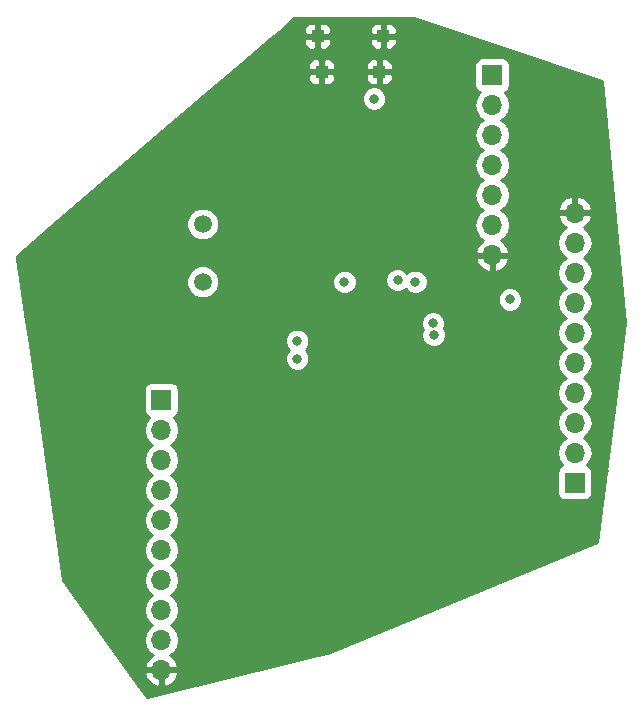
<source format=gbr>
G04 #@! TF.GenerationSoftware,KiCad,Pcbnew,5.0.0+dfsg1-2*
G04 #@! TF.CreationDate,2018-10-17T02:30:28+04:00*
G04 #@! TF.ProjectId,avrUsb,6176725573622E6B696361645F706362,rev?*
G04 #@! TF.SameCoordinates,Original*
G04 #@! TF.FileFunction,Copper,L2,Inr,Signal*
G04 #@! TF.FilePolarity,Positive*
%FSLAX46Y46*%
G04 Gerber Fmt 4.6, Leading zero omitted, Abs format (unit mm)*
G04 Created by KiCad (PCBNEW 5.0.0+dfsg1-2) date Wed Oct 17 02:30:28 2018*
%MOMM*%
%LPD*%
G01*
G04 APERTURE LIST*
G04 #@! TA.AperFunction,ViaPad*
%ADD10R,1.700000X1.700000*%
G04 #@! TD*
G04 #@! TA.AperFunction,ViaPad*
%ADD11O,1.700000X1.700000*%
G04 #@! TD*
G04 #@! TA.AperFunction,ViaPad*
%ADD12R,1.016000X1.016000*%
G04 #@! TD*
G04 #@! TA.AperFunction,ViaPad*
%ADD13C,1.500000*%
G04 #@! TD*
G04 #@! TA.AperFunction,ViaPad*
%ADD14C,0.800000*%
G04 #@! TD*
G04 #@! TA.AperFunction,Conductor*
%ADD15C,0.254000*%
G04 #@! TD*
G04 APERTURE END LIST*
D10*
G04 #@! TO.N,Net-(J1-Pad1)*
G04 #@! TO.C,J1*
X200500000Y-71500000D03*
D11*
G04 #@! TO.N,Net-(J1-Pad2)*
X200500000Y-74040000D03*
G04 #@! TO.N,Net-(J1-Pad3)*
X200500000Y-76580000D03*
G04 #@! TO.N,Net-(J1-Pad4)*
X200500000Y-79120000D03*
G04 #@! TO.N,Net-(J1-Pad5)*
X200500000Y-81660000D03*
G04 #@! TO.N,VCC*
X200500000Y-84200000D03*
G04 #@! TO.N,GND*
X200500000Y-86740000D03*
G04 #@! TD*
D10*
G04 #@! TO.N,Net-(J2-Pad1)*
G04 #@! TO.C,J2*
X207500000Y-106000000D03*
D11*
G04 #@! TO.N,Net-(J2-Pad2)*
X207500000Y-103460000D03*
G04 #@! TO.N,Net-(J2-Pad3)*
X207500000Y-100920000D03*
G04 #@! TO.N,Net-(J2-Pad4)*
X207500000Y-98380000D03*
G04 #@! TO.N,Net-(J2-Pad5)*
X207500000Y-95840000D03*
G04 #@! TO.N,Net-(J2-Pad6)*
X207500000Y-93300000D03*
G04 #@! TO.N,Net-(J2-Pad7)*
X207500000Y-90760000D03*
G04 #@! TO.N,Net-(J2-Pad8)*
X207500000Y-88220000D03*
G04 #@! TO.N,VCC*
X207500000Y-85680000D03*
G04 #@! TO.N,GND*
X207500000Y-83140000D03*
G04 #@! TD*
G04 #@! TO.N,GND*
G04 #@! TO.C,J3*
X172500000Y-121860000D03*
G04 #@! TO.N,VCC*
X172500000Y-119320000D03*
G04 #@! TO.N,Net-(J3-Pad8)*
X172500000Y-116780000D03*
G04 #@! TO.N,Net-(J3-Pad7)*
X172500000Y-114240000D03*
G04 #@! TO.N,Net-(J3-Pad6)*
X172500000Y-111700000D03*
G04 #@! TO.N,Net-(J3-Pad5)*
X172500000Y-109160000D03*
G04 #@! TO.N,Net-(J3-Pad4)*
X172500000Y-106620000D03*
G04 #@! TO.N,Net-(J3-Pad3)*
X172500000Y-104080000D03*
G04 #@! TO.N,Net-(J3-Pad2)*
X172500000Y-101540000D03*
D10*
G04 #@! TO.N,Net-(J3-Pad1)*
X172500000Y-99000000D03*
G04 #@! TD*
D12*
G04 #@! TO.N,GND*
G04 #@! TO.C,X1*
X191274950Y-68200021D03*
X185725050Y-68200021D03*
X190925700Y-71229987D03*
X186074300Y-71229987D03*
G04 #@! TD*
D13*
G04 #@! TO.N,Net-(C1-Pad2)*
G04 #@! TO.C,Y1*
X176000000Y-89000000D03*
G04 #@! TO.N,Net-(C2-Pad2)*
X176000000Y-84120000D03*
G04 #@! TD*
D14*
G04 #@! TO.N,GND*
X189000000Y-93500000D03*
X189000000Y-95500000D03*
X191500000Y-95500000D03*
X191500000Y-93500000D03*
X174500000Y-87000000D03*
X171000000Y-87000000D03*
X161500000Y-87000000D03*
X185500000Y-90000000D03*
X180000000Y-88000000D03*
X170000000Y-100500000D03*
X170000000Y-107500000D03*
X170000000Y-116500000D03*
X170000000Y-110000000D03*
X170000000Y-121000000D03*
X210000000Y-105000000D03*
X210500000Y-97000000D03*
X209500000Y-89000000D03*
X210000000Y-84500000D03*
X209500000Y-81000000D03*
X195000000Y-71500000D03*
X183000000Y-72000000D03*
X182500000Y-84500000D03*
X176500000Y-94000000D03*
X173500000Y-93000000D03*
X172000000Y-94500000D03*
X175000000Y-95500000D03*
X185000000Y-84500000D03*
X185000000Y-82000000D03*
X185000000Y-78500000D03*
X185000000Y-75500000D03*
X185000000Y-74500000D03*
X194000000Y-76500000D03*
X192500000Y-76500000D03*
X193000000Y-78500000D03*
X193000000Y-81000000D03*
X193000000Y-83000000D03*
X196000000Y-83000000D03*
X197500000Y-86000000D03*
X192000000Y-108000000D03*
X195500000Y-108000000D03*
X198000000Y-110000000D03*
X196000000Y-114000000D03*
X192500000Y-114500000D03*
X191000000Y-112500000D03*
X198000000Y-89000000D03*
X203500000Y-93500000D03*
X205000000Y-92000000D03*
X205000000Y-94500000D03*
X196500000Y-100500000D03*
X199000000Y-100500000D03*
X202500000Y-100000000D03*
X204500000Y-101500000D03*
X202500000Y-102000000D03*
X199500000Y-102000000D03*
X198000000Y-104500000D03*
X202500000Y-105000000D03*
X201000000Y-104500000D03*
X204000000Y-104500000D03*
X199500000Y-93500000D03*
X198000000Y-93500000D03*
X200500000Y-93000000D03*
X176500000Y-100000000D03*
X175000000Y-102500000D03*
X175500000Y-105500000D03*
X178500000Y-103000000D03*
X175500000Y-107500000D03*
X175000000Y-110500000D03*
X175000000Y-113000000D03*
X181000000Y-112500000D03*
X185500000Y-109000000D03*
X188000000Y-105000000D03*
X190000000Y-105000000D03*
X186000000Y-110000000D03*
X185000000Y-114500000D03*
X205000000Y-86500000D03*
X203500000Y-82500000D03*
X203500000Y-87500000D03*
X204500000Y-89500000D03*
G04 #@! TO.N,VCC*
X190500000Y-73500000D03*
X188000000Y-89000000D03*
X184000000Y-94000000D03*
X202000000Y-90500000D03*
G04 #@! TO.N,Net-(J1-Pad1)*
X184000000Y-95500000D03*
G04 #@! TO.N,Net-(J1-Pad2)*
X192491718Y-88850921D03*
G04 #@! TO.N,Net-(J1-Pad3)*
X194000000Y-89000000D03*
G04 #@! TO.N,Net-(J1-Pad4)*
X195500000Y-92500000D03*
G04 #@! TO.N,Net-(J1-Pad5)*
X195553435Y-93498573D03*
G04 #@! TD*
D15*
G04 #@! TO.N,GND*
G36*
X209837017Y-72027411D02*
X211785566Y-92487184D01*
X209349610Y-111000458D01*
X186777179Y-120323855D01*
X171296775Y-124193956D01*
X169884586Y-122216890D01*
X171058524Y-122216890D01*
X171228355Y-122626924D01*
X171618642Y-123055183D01*
X172143108Y-123301486D01*
X172373000Y-123180819D01*
X172373000Y-121987000D01*
X172627000Y-121987000D01*
X172627000Y-123180819D01*
X172856892Y-123301486D01*
X173381358Y-123055183D01*
X173771645Y-122626924D01*
X173941476Y-122216890D01*
X173820155Y-121987000D01*
X172627000Y-121987000D01*
X172373000Y-121987000D01*
X171179845Y-121987000D01*
X171058524Y-122216890D01*
X169884586Y-122216890D01*
X164178380Y-114228202D01*
X162365780Y-101540000D01*
X170985908Y-101540000D01*
X171101161Y-102119418D01*
X171429375Y-102610625D01*
X171727761Y-102810000D01*
X171429375Y-103009375D01*
X171101161Y-103500582D01*
X170985908Y-104080000D01*
X171101161Y-104659418D01*
X171429375Y-105150625D01*
X171727761Y-105350000D01*
X171429375Y-105549375D01*
X171101161Y-106040582D01*
X170985908Y-106620000D01*
X171101161Y-107199418D01*
X171429375Y-107690625D01*
X171727761Y-107890000D01*
X171429375Y-108089375D01*
X171101161Y-108580582D01*
X170985908Y-109160000D01*
X171101161Y-109739418D01*
X171429375Y-110230625D01*
X171727761Y-110430000D01*
X171429375Y-110629375D01*
X171101161Y-111120582D01*
X170985908Y-111700000D01*
X171101161Y-112279418D01*
X171429375Y-112770625D01*
X171727761Y-112970000D01*
X171429375Y-113169375D01*
X171101161Y-113660582D01*
X170985908Y-114240000D01*
X171101161Y-114819418D01*
X171429375Y-115310625D01*
X171727761Y-115510000D01*
X171429375Y-115709375D01*
X171101161Y-116200582D01*
X170985908Y-116780000D01*
X171101161Y-117359418D01*
X171429375Y-117850625D01*
X171727761Y-118050000D01*
X171429375Y-118249375D01*
X171101161Y-118740582D01*
X170985908Y-119320000D01*
X171101161Y-119899418D01*
X171429375Y-120390625D01*
X171748478Y-120603843D01*
X171618642Y-120664817D01*
X171228355Y-121093076D01*
X171058524Y-121503110D01*
X171179845Y-121733000D01*
X172373000Y-121733000D01*
X172373000Y-121713000D01*
X172627000Y-121713000D01*
X172627000Y-121733000D01*
X173820155Y-121733000D01*
X173941476Y-121503110D01*
X173771645Y-121093076D01*
X173381358Y-120664817D01*
X173251522Y-120603843D01*
X173570625Y-120390625D01*
X173898839Y-119899418D01*
X174014092Y-119320000D01*
X173898839Y-118740582D01*
X173570625Y-118249375D01*
X173272239Y-118050000D01*
X173570625Y-117850625D01*
X173898839Y-117359418D01*
X174014092Y-116780000D01*
X173898839Y-116200582D01*
X173570625Y-115709375D01*
X173272239Y-115510000D01*
X173570625Y-115310625D01*
X173898839Y-114819418D01*
X174014092Y-114240000D01*
X173898839Y-113660582D01*
X173570625Y-113169375D01*
X173272239Y-112970000D01*
X173570625Y-112770625D01*
X173898839Y-112279418D01*
X174014092Y-111700000D01*
X173898839Y-111120582D01*
X173570625Y-110629375D01*
X173272239Y-110430000D01*
X173570625Y-110230625D01*
X173898839Y-109739418D01*
X174014092Y-109160000D01*
X173898839Y-108580582D01*
X173570625Y-108089375D01*
X173272239Y-107890000D01*
X173570625Y-107690625D01*
X173898839Y-107199418D01*
X174014092Y-106620000D01*
X173898839Y-106040582D01*
X173570625Y-105549375D01*
X173272239Y-105350000D01*
X173570625Y-105150625D01*
X173898839Y-104659418D01*
X174014092Y-104080000D01*
X173898839Y-103500582D01*
X173570625Y-103009375D01*
X173272239Y-102810000D01*
X173570625Y-102610625D01*
X173898839Y-102119418D01*
X174014092Y-101540000D01*
X173898839Y-100960582D01*
X173570625Y-100469375D01*
X173552381Y-100457184D01*
X173597765Y-100448157D01*
X173807809Y-100307809D01*
X173948157Y-100097765D01*
X173997440Y-99850000D01*
X173997440Y-98150000D01*
X173948157Y-97902235D01*
X173807809Y-97692191D01*
X173597765Y-97551843D01*
X173350000Y-97502560D01*
X171650000Y-97502560D01*
X171402235Y-97551843D01*
X171192191Y-97692191D01*
X171051843Y-97902235D01*
X171002560Y-98150000D01*
X171002560Y-99850000D01*
X171051843Y-100097765D01*
X171192191Y-100307809D01*
X171402235Y-100448157D01*
X171447619Y-100457184D01*
X171429375Y-100469375D01*
X171101161Y-100960582D01*
X170985908Y-101540000D01*
X162365780Y-101540000D01*
X161259227Y-93794126D01*
X182965000Y-93794126D01*
X182965000Y-94205874D01*
X183122569Y-94586280D01*
X183286289Y-94750000D01*
X183122569Y-94913720D01*
X182965000Y-95294126D01*
X182965000Y-95705874D01*
X183122569Y-96086280D01*
X183413720Y-96377431D01*
X183794126Y-96535000D01*
X184205874Y-96535000D01*
X184586280Y-96377431D01*
X184877431Y-96086280D01*
X185035000Y-95705874D01*
X185035000Y-95294126D01*
X184877431Y-94913720D01*
X184713711Y-94750000D01*
X184877431Y-94586280D01*
X185035000Y-94205874D01*
X185035000Y-93794126D01*
X184877431Y-93413720D01*
X184586280Y-93122569D01*
X184205874Y-92965000D01*
X183794126Y-92965000D01*
X183413720Y-93122569D01*
X183122569Y-93413720D01*
X182965000Y-93794126D01*
X161259227Y-93794126D01*
X161044942Y-92294126D01*
X194465000Y-92294126D01*
X194465000Y-92705874D01*
X194613253Y-93063788D01*
X194518435Y-93292699D01*
X194518435Y-93704447D01*
X194676004Y-94084853D01*
X194967155Y-94376004D01*
X195347561Y-94533573D01*
X195759309Y-94533573D01*
X196139715Y-94376004D01*
X196430866Y-94084853D01*
X196588435Y-93704447D01*
X196588435Y-93292699D01*
X196440182Y-92934785D01*
X196535000Y-92705874D01*
X196535000Y-92294126D01*
X196377431Y-91913720D01*
X196086280Y-91622569D01*
X195705874Y-91465000D01*
X195294126Y-91465000D01*
X194913720Y-91622569D01*
X194622569Y-91913720D01*
X194465000Y-92294126D01*
X161044942Y-92294126D01*
X160534995Y-88724506D01*
X174615000Y-88724506D01*
X174615000Y-89275494D01*
X174825853Y-89784540D01*
X175215460Y-90174147D01*
X175724506Y-90385000D01*
X176275494Y-90385000D01*
X176494884Y-90294126D01*
X200965000Y-90294126D01*
X200965000Y-90705874D01*
X201122569Y-91086280D01*
X201413720Y-91377431D01*
X201794126Y-91535000D01*
X202205874Y-91535000D01*
X202586280Y-91377431D01*
X202877431Y-91086280D01*
X203035000Y-90705874D01*
X203035000Y-90294126D01*
X202877431Y-89913720D01*
X202586280Y-89622569D01*
X202205874Y-89465000D01*
X201794126Y-89465000D01*
X201413720Y-89622569D01*
X201122569Y-89913720D01*
X200965000Y-90294126D01*
X176494884Y-90294126D01*
X176784540Y-90174147D01*
X177174147Y-89784540D01*
X177385000Y-89275494D01*
X177385000Y-88794126D01*
X186965000Y-88794126D01*
X186965000Y-89205874D01*
X187122569Y-89586280D01*
X187413720Y-89877431D01*
X187794126Y-90035000D01*
X188205874Y-90035000D01*
X188586280Y-89877431D01*
X188877431Y-89586280D01*
X189035000Y-89205874D01*
X189035000Y-88794126D01*
X188973250Y-88645047D01*
X191456718Y-88645047D01*
X191456718Y-89056795D01*
X191614287Y-89437201D01*
X191905438Y-89728352D01*
X192285844Y-89885921D01*
X192697592Y-89885921D01*
X193077998Y-89728352D01*
X193171320Y-89635031D01*
X193413720Y-89877431D01*
X193794126Y-90035000D01*
X194205874Y-90035000D01*
X194586280Y-89877431D01*
X194877431Y-89586280D01*
X195035000Y-89205874D01*
X195035000Y-88794126D01*
X194877431Y-88413720D01*
X194586280Y-88122569D01*
X194205874Y-87965000D01*
X193794126Y-87965000D01*
X193413720Y-88122569D01*
X193320399Y-88215891D01*
X193077998Y-87973490D01*
X192697592Y-87815921D01*
X192285844Y-87815921D01*
X191905438Y-87973490D01*
X191614287Y-88264641D01*
X191456718Y-88645047D01*
X188973250Y-88645047D01*
X188877431Y-88413720D01*
X188586280Y-88122569D01*
X188205874Y-87965000D01*
X187794126Y-87965000D01*
X187413720Y-88122569D01*
X187122569Y-88413720D01*
X186965000Y-88794126D01*
X177385000Y-88794126D01*
X177385000Y-88724506D01*
X177174147Y-88215460D01*
X176784540Y-87825853D01*
X176275494Y-87615000D01*
X175724506Y-87615000D01*
X175215460Y-87825853D01*
X174825853Y-88215460D01*
X174615000Y-88724506D01*
X160534995Y-88724506D01*
X160302478Y-87096890D01*
X199058524Y-87096890D01*
X199228355Y-87506924D01*
X199618642Y-87935183D01*
X200143108Y-88181486D01*
X200373000Y-88060819D01*
X200373000Y-86867000D01*
X200627000Y-86867000D01*
X200627000Y-88060819D01*
X200856892Y-88181486D01*
X201381358Y-87935183D01*
X201771645Y-87506924D01*
X201941476Y-87096890D01*
X201820155Y-86867000D01*
X200627000Y-86867000D01*
X200373000Y-86867000D01*
X199179845Y-86867000D01*
X199058524Y-87096890D01*
X160302478Y-87096890D01*
X160258095Y-86786211D01*
X163702042Y-83844506D01*
X174615000Y-83844506D01*
X174615000Y-84395494D01*
X174825853Y-84904540D01*
X175215460Y-85294147D01*
X175724506Y-85505000D01*
X176275494Y-85505000D01*
X176784540Y-85294147D01*
X177174147Y-84904540D01*
X177385000Y-84395494D01*
X177385000Y-83844506D01*
X177174147Y-83335460D01*
X176784540Y-82945853D01*
X176275494Y-82735000D01*
X175724506Y-82735000D01*
X175215460Y-82945853D01*
X174825853Y-83335460D01*
X174615000Y-83844506D01*
X163702042Y-83844506D01*
X176053706Y-73294126D01*
X189465000Y-73294126D01*
X189465000Y-73705874D01*
X189622569Y-74086280D01*
X189913720Y-74377431D01*
X190294126Y-74535000D01*
X190705874Y-74535000D01*
X191086280Y-74377431D01*
X191377431Y-74086280D01*
X191396600Y-74040000D01*
X198985908Y-74040000D01*
X199101161Y-74619418D01*
X199429375Y-75110625D01*
X199727761Y-75310000D01*
X199429375Y-75509375D01*
X199101161Y-76000582D01*
X198985908Y-76580000D01*
X199101161Y-77159418D01*
X199429375Y-77650625D01*
X199727761Y-77850000D01*
X199429375Y-78049375D01*
X199101161Y-78540582D01*
X198985908Y-79120000D01*
X199101161Y-79699418D01*
X199429375Y-80190625D01*
X199727761Y-80390000D01*
X199429375Y-80589375D01*
X199101161Y-81080582D01*
X198985908Y-81660000D01*
X199101161Y-82239418D01*
X199429375Y-82730625D01*
X199727761Y-82930000D01*
X199429375Y-83129375D01*
X199101161Y-83620582D01*
X198985908Y-84200000D01*
X199101161Y-84779418D01*
X199429375Y-85270625D01*
X199748478Y-85483843D01*
X199618642Y-85544817D01*
X199228355Y-85973076D01*
X199058524Y-86383110D01*
X199179845Y-86613000D01*
X200373000Y-86613000D01*
X200373000Y-86593000D01*
X200627000Y-86593000D01*
X200627000Y-86613000D01*
X201820155Y-86613000D01*
X201941476Y-86383110D01*
X201771645Y-85973076D01*
X201504555Y-85680000D01*
X205985908Y-85680000D01*
X206101161Y-86259418D01*
X206429375Y-86750625D01*
X206727761Y-86950000D01*
X206429375Y-87149375D01*
X206101161Y-87640582D01*
X205985908Y-88220000D01*
X206101161Y-88799418D01*
X206429375Y-89290625D01*
X206727761Y-89490000D01*
X206429375Y-89689375D01*
X206101161Y-90180582D01*
X205985908Y-90760000D01*
X206101161Y-91339418D01*
X206429375Y-91830625D01*
X206727761Y-92030000D01*
X206429375Y-92229375D01*
X206101161Y-92720582D01*
X205985908Y-93300000D01*
X206101161Y-93879418D01*
X206429375Y-94370625D01*
X206727761Y-94570000D01*
X206429375Y-94769375D01*
X206101161Y-95260582D01*
X205985908Y-95840000D01*
X206101161Y-96419418D01*
X206429375Y-96910625D01*
X206727761Y-97110000D01*
X206429375Y-97309375D01*
X206101161Y-97800582D01*
X205985908Y-98380000D01*
X206101161Y-98959418D01*
X206429375Y-99450625D01*
X206727761Y-99650000D01*
X206429375Y-99849375D01*
X206101161Y-100340582D01*
X205985908Y-100920000D01*
X206101161Y-101499418D01*
X206429375Y-101990625D01*
X206727761Y-102190000D01*
X206429375Y-102389375D01*
X206101161Y-102880582D01*
X205985908Y-103460000D01*
X206101161Y-104039418D01*
X206429375Y-104530625D01*
X206447619Y-104542816D01*
X206402235Y-104551843D01*
X206192191Y-104692191D01*
X206051843Y-104902235D01*
X206002560Y-105150000D01*
X206002560Y-106850000D01*
X206051843Y-107097765D01*
X206192191Y-107307809D01*
X206402235Y-107448157D01*
X206650000Y-107497440D01*
X208350000Y-107497440D01*
X208597765Y-107448157D01*
X208807809Y-107307809D01*
X208948157Y-107097765D01*
X208997440Y-106850000D01*
X208997440Y-105150000D01*
X208948157Y-104902235D01*
X208807809Y-104692191D01*
X208597765Y-104551843D01*
X208552381Y-104542816D01*
X208570625Y-104530625D01*
X208898839Y-104039418D01*
X209014092Y-103460000D01*
X208898839Y-102880582D01*
X208570625Y-102389375D01*
X208272239Y-102190000D01*
X208570625Y-101990625D01*
X208898839Y-101499418D01*
X209014092Y-100920000D01*
X208898839Y-100340582D01*
X208570625Y-99849375D01*
X208272239Y-99650000D01*
X208570625Y-99450625D01*
X208898839Y-98959418D01*
X209014092Y-98380000D01*
X208898839Y-97800582D01*
X208570625Y-97309375D01*
X208272239Y-97110000D01*
X208570625Y-96910625D01*
X208898839Y-96419418D01*
X209014092Y-95840000D01*
X208898839Y-95260582D01*
X208570625Y-94769375D01*
X208272239Y-94570000D01*
X208570625Y-94370625D01*
X208898839Y-93879418D01*
X209014092Y-93300000D01*
X208898839Y-92720582D01*
X208570625Y-92229375D01*
X208272239Y-92030000D01*
X208570625Y-91830625D01*
X208898839Y-91339418D01*
X209014092Y-90760000D01*
X208898839Y-90180582D01*
X208570625Y-89689375D01*
X208272239Y-89490000D01*
X208570625Y-89290625D01*
X208898839Y-88799418D01*
X209014092Y-88220000D01*
X208898839Y-87640582D01*
X208570625Y-87149375D01*
X208272239Y-86950000D01*
X208570625Y-86750625D01*
X208898839Y-86259418D01*
X209014092Y-85680000D01*
X208898839Y-85100582D01*
X208570625Y-84609375D01*
X208251522Y-84396157D01*
X208381358Y-84335183D01*
X208771645Y-83906924D01*
X208941476Y-83496890D01*
X208820155Y-83267000D01*
X207627000Y-83267000D01*
X207627000Y-83287000D01*
X207373000Y-83287000D01*
X207373000Y-83267000D01*
X206179845Y-83267000D01*
X206058524Y-83496890D01*
X206228355Y-83906924D01*
X206618642Y-84335183D01*
X206748478Y-84396157D01*
X206429375Y-84609375D01*
X206101161Y-85100582D01*
X205985908Y-85680000D01*
X201504555Y-85680000D01*
X201381358Y-85544817D01*
X201251522Y-85483843D01*
X201570625Y-85270625D01*
X201898839Y-84779418D01*
X202014092Y-84200000D01*
X201898839Y-83620582D01*
X201570625Y-83129375D01*
X201272239Y-82930000D01*
X201492075Y-82783110D01*
X206058524Y-82783110D01*
X206179845Y-83013000D01*
X207373000Y-83013000D01*
X207373000Y-81819181D01*
X207627000Y-81819181D01*
X207627000Y-83013000D01*
X208820155Y-83013000D01*
X208941476Y-82783110D01*
X208771645Y-82373076D01*
X208381358Y-81944817D01*
X207856892Y-81698514D01*
X207627000Y-81819181D01*
X207373000Y-81819181D01*
X207143108Y-81698514D01*
X206618642Y-81944817D01*
X206228355Y-82373076D01*
X206058524Y-82783110D01*
X201492075Y-82783110D01*
X201570625Y-82730625D01*
X201898839Y-82239418D01*
X202014092Y-81660000D01*
X201898839Y-81080582D01*
X201570625Y-80589375D01*
X201272239Y-80390000D01*
X201570625Y-80190625D01*
X201898839Y-79699418D01*
X202014092Y-79120000D01*
X201898839Y-78540582D01*
X201570625Y-78049375D01*
X201272239Y-77850000D01*
X201570625Y-77650625D01*
X201898839Y-77159418D01*
X202014092Y-76580000D01*
X201898839Y-76000582D01*
X201570625Y-75509375D01*
X201272239Y-75310000D01*
X201570625Y-75110625D01*
X201898839Y-74619418D01*
X202014092Y-74040000D01*
X201898839Y-73460582D01*
X201570625Y-72969375D01*
X201552381Y-72957184D01*
X201597765Y-72948157D01*
X201807809Y-72807809D01*
X201948157Y-72597765D01*
X201997440Y-72350000D01*
X201997440Y-70650000D01*
X201948157Y-70402235D01*
X201807809Y-70192191D01*
X201597765Y-70051843D01*
X201350000Y-70002560D01*
X199650000Y-70002560D01*
X199402235Y-70051843D01*
X199192191Y-70192191D01*
X199051843Y-70402235D01*
X199002560Y-70650000D01*
X199002560Y-72350000D01*
X199051843Y-72597765D01*
X199192191Y-72807809D01*
X199402235Y-72948157D01*
X199447619Y-72957184D01*
X199429375Y-72969375D01*
X199101161Y-73460582D01*
X198985908Y-74040000D01*
X191396600Y-74040000D01*
X191535000Y-73705874D01*
X191535000Y-73294126D01*
X191377431Y-72913720D01*
X191086280Y-72622569D01*
X190705874Y-72465000D01*
X190294126Y-72465000D01*
X189913720Y-72622569D01*
X189622569Y-72913720D01*
X189465000Y-73294126D01*
X176053706Y-73294126D01*
X178135723Y-71515737D01*
X184931300Y-71515737D01*
X184931300Y-71864297D01*
X185027973Y-72097686D01*
X185206602Y-72276314D01*
X185439991Y-72372987D01*
X185788550Y-72372987D01*
X185947300Y-72214237D01*
X185947300Y-71356987D01*
X186201300Y-71356987D01*
X186201300Y-72214237D01*
X186360050Y-72372987D01*
X186708609Y-72372987D01*
X186941998Y-72276314D01*
X187120627Y-72097686D01*
X187217300Y-71864297D01*
X187217300Y-71515737D01*
X189782700Y-71515737D01*
X189782700Y-71864297D01*
X189879373Y-72097686D01*
X190058002Y-72276314D01*
X190291391Y-72372987D01*
X190639950Y-72372987D01*
X190798700Y-72214237D01*
X190798700Y-71356987D01*
X191052700Y-71356987D01*
X191052700Y-72214237D01*
X191211450Y-72372987D01*
X191560009Y-72372987D01*
X191793398Y-72276314D01*
X191972027Y-72097686D01*
X192068700Y-71864297D01*
X192068700Y-71515737D01*
X191909950Y-71356987D01*
X191052700Y-71356987D01*
X190798700Y-71356987D01*
X189941450Y-71356987D01*
X189782700Y-71515737D01*
X187217300Y-71515737D01*
X187058550Y-71356987D01*
X186201300Y-71356987D01*
X185947300Y-71356987D01*
X185090050Y-71356987D01*
X184931300Y-71515737D01*
X178135723Y-71515737D01*
X179212866Y-70595677D01*
X184931300Y-70595677D01*
X184931300Y-70944237D01*
X185090050Y-71102987D01*
X185947300Y-71102987D01*
X185947300Y-70245737D01*
X186201300Y-70245737D01*
X186201300Y-71102987D01*
X187058550Y-71102987D01*
X187217300Y-70944237D01*
X187217300Y-70595677D01*
X189782700Y-70595677D01*
X189782700Y-70944237D01*
X189941450Y-71102987D01*
X190798700Y-71102987D01*
X190798700Y-70245737D01*
X191052700Y-70245737D01*
X191052700Y-71102987D01*
X191909950Y-71102987D01*
X192068700Y-70944237D01*
X192068700Y-70595677D01*
X191972027Y-70362288D01*
X191793398Y-70183660D01*
X191560009Y-70086987D01*
X191211450Y-70086987D01*
X191052700Y-70245737D01*
X190798700Y-70245737D01*
X190639950Y-70086987D01*
X190291391Y-70086987D01*
X190058002Y-70183660D01*
X189879373Y-70362288D01*
X189782700Y-70595677D01*
X187217300Y-70595677D01*
X187120627Y-70362288D01*
X186941998Y-70183660D01*
X186708609Y-70086987D01*
X186360050Y-70086987D01*
X186201300Y-70245737D01*
X185947300Y-70245737D01*
X185788550Y-70086987D01*
X185439991Y-70086987D01*
X185206602Y-70183660D01*
X185027973Y-70362288D01*
X184931300Y-70595677D01*
X179212866Y-70595677D01*
X181683001Y-68485771D01*
X184582050Y-68485771D01*
X184582050Y-68834331D01*
X184678723Y-69067720D01*
X184857352Y-69246348D01*
X185090741Y-69343021D01*
X185439300Y-69343021D01*
X185598050Y-69184271D01*
X185598050Y-68327021D01*
X185852050Y-68327021D01*
X185852050Y-69184271D01*
X186010800Y-69343021D01*
X186359359Y-69343021D01*
X186592748Y-69246348D01*
X186771377Y-69067720D01*
X186868050Y-68834331D01*
X186868050Y-68485771D01*
X190131950Y-68485771D01*
X190131950Y-68834331D01*
X190228623Y-69067720D01*
X190407252Y-69246348D01*
X190640641Y-69343021D01*
X190989200Y-69343021D01*
X191147950Y-69184271D01*
X191147950Y-68327021D01*
X191401950Y-68327021D01*
X191401950Y-69184271D01*
X191560700Y-69343021D01*
X191909259Y-69343021D01*
X192142648Y-69246348D01*
X192321277Y-69067720D01*
X192417950Y-68834331D01*
X192417950Y-68485771D01*
X192259200Y-68327021D01*
X191401950Y-68327021D01*
X191147950Y-68327021D01*
X190290700Y-68327021D01*
X190131950Y-68485771D01*
X186868050Y-68485771D01*
X186709300Y-68327021D01*
X185852050Y-68327021D01*
X185598050Y-68327021D01*
X184740800Y-68327021D01*
X184582050Y-68485771D01*
X181683001Y-68485771D01*
X182760144Y-67565711D01*
X184582050Y-67565711D01*
X184582050Y-67914271D01*
X184740800Y-68073021D01*
X185598050Y-68073021D01*
X185598050Y-67215771D01*
X185852050Y-67215771D01*
X185852050Y-68073021D01*
X186709300Y-68073021D01*
X186868050Y-67914271D01*
X186868050Y-67565711D01*
X190131950Y-67565711D01*
X190131950Y-67914271D01*
X190290700Y-68073021D01*
X191147950Y-68073021D01*
X191147950Y-67215771D01*
X191401950Y-67215771D01*
X191401950Y-68073021D01*
X192259200Y-68073021D01*
X192417950Y-67914271D01*
X192417950Y-67565711D01*
X192321277Y-67332322D01*
X192142648Y-67153694D01*
X191909259Y-67057021D01*
X191560700Y-67057021D01*
X191401950Y-67215771D01*
X191147950Y-67215771D01*
X190989200Y-67057021D01*
X190640641Y-67057021D01*
X190407252Y-67153694D01*
X190228623Y-67332322D01*
X190131950Y-67565711D01*
X186868050Y-67565711D01*
X186771377Y-67332322D01*
X186592748Y-67153694D01*
X186359359Y-67057021D01*
X186010800Y-67057021D01*
X185852050Y-67215771D01*
X185598050Y-67215771D01*
X185439300Y-67057021D01*
X185090741Y-67057021D01*
X184857352Y-67153694D01*
X184678723Y-67332322D01*
X184582050Y-67565711D01*
X182760144Y-67565711D01*
X183761953Y-66710000D01*
X193884785Y-66710000D01*
X209837017Y-72027411D01*
X209837017Y-72027411D01*
G37*
X209837017Y-72027411D02*
X211785566Y-92487184D01*
X209349610Y-111000458D01*
X186777179Y-120323855D01*
X171296775Y-124193956D01*
X169884586Y-122216890D01*
X171058524Y-122216890D01*
X171228355Y-122626924D01*
X171618642Y-123055183D01*
X172143108Y-123301486D01*
X172373000Y-123180819D01*
X172373000Y-121987000D01*
X172627000Y-121987000D01*
X172627000Y-123180819D01*
X172856892Y-123301486D01*
X173381358Y-123055183D01*
X173771645Y-122626924D01*
X173941476Y-122216890D01*
X173820155Y-121987000D01*
X172627000Y-121987000D01*
X172373000Y-121987000D01*
X171179845Y-121987000D01*
X171058524Y-122216890D01*
X169884586Y-122216890D01*
X164178380Y-114228202D01*
X162365780Y-101540000D01*
X170985908Y-101540000D01*
X171101161Y-102119418D01*
X171429375Y-102610625D01*
X171727761Y-102810000D01*
X171429375Y-103009375D01*
X171101161Y-103500582D01*
X170985908Y-104080000D01*
X171101161Y-104659418D01*
X171429375Y-105150625D01*
X171727761Y-105350000D01*
X171429375Y-105549375D01*
X171101161Y-106040582D01*
X170985908Y-106620000D01*
X171101161Y-107199418D01*
X171429375Y-107690625D01*
X171727761Y-107890000D01*
X171429375Y-108089375D01*
X171101161Y-108580582D01*
X170985908Y-109160000D01*
X171101161Y-109739418D01*
X171429375Y-110230625D01*
X171727761Y-110430000D01*
X171429375Y-110629375D01*
X171101161Y-111120582D01*
X170985908Y-111700000D01*
X171101161Y-112279418D01*
X171429375Y-112770625D01*
X171727761Y-112970000D01*
X171429375Y-113169375D01*
X171101161Y-113660582D01*
X170985908Y-114240000D01*
X171101161Y-114819418D01*
X171429375Y-115310625D01*
X171727761Y-115510000D01*
X171429375Y-115709375D01*
X171101161Y-116200582D01*
X170985908Y-116780000D01*
X171101161Y-117359418D01*
X171429375Y-117850625D01*
X171727761Y-118050000D01*
X171429375Y-118249375D01*
X171101161Y-118740582D01*
X170985908Y-119320000D01*
X171101161Y-119899418D01*
X171429375Y-120390625D01*
X171748478Y-120603843D01*
X171618642Y-120664817D01*
X171228355Y-121093076D01*
X171058524Y-121503110D01*
X171179845Y-121733000D01*
X172373000Y-121733000D01*
X172373000Y-121713000D01*
X172627000Y-121713000D01*
X172627000Y-121733000D01*
X173820155Y-121733000D01*
X173941476Y-121503110D01*
X173771645Y-121093076D01*
X173381358Y-120664817D01*
X173251522Y-120603843D01*
X173570625Y-120390625D01*
X173898839Y-119899418D01*
X174014092Y-119320000D01*
X173898839Y-118740582D01*
X173570625Y-118249375D01*
X173272239Y-118050000D01*
X173570625Y-117850625D01*
X173898839Y-117359418D01*
X174014092Y-116780000D01*
X173898839Y-116200582D01*
X173570625Y-115709375D01*
X173272239Y-115510000D01*
X173570625Y-115310625D01*
X173898839Y-114819418D01*
X174014092Y-114240000D01*
X173898839Y-113660582D01*
X173570625Y-113169375D01*
X173272239Y-112970000D01*
X173570625Y-112770625D01*
X173898839Y-112279418D01*
X174014092Y-111700000D01*
X173898839Y-111120582D01*
X173570625Y-110629375D01*
X173272239Y-110430000D01*
X173570625Y-110230625D01*
X173898839Y-109739418D01*
X174014092Y-109160000D01*
X173898839Y-108580582D01*
X173570625Y-108089375D01*
X173272239Y-107890000D01*
X173570625Y-107690625D01*
X173898839Y-107199418D01*
X174014092Y-106620000D01*
X173898839Y-106040582D01*
X173570625Y-105549375D01*
X173272239Y-105350000D01*
X173570625Y-105150625D01*
X173898839Y-104659418D01*
X174014092Y-104080000D01*
X173898839Y-103500582D01*
X173570625Y-103009375D01*
X173272239Y-102810000D01*
X173570625Y-102610625D01*
X173898839Y-102119418D01*
X174014092Y-101540000D01*
X173898839Y-100960582D01*
X173570625Y-100469375D01*
X173552381Y-100457184D01*
X173597765Y-100448157D01*
X173807809Y-100307809D01*
X173948157Y-100097765D01*
X173997440Y-99850000D01*
X173997440Y-98150000D01*
X173948157Y-97902235D01*
X173807809Y-97692191D01*
X173597765Y-97551843D01*
X173350000Y-97502560D01*
X171650000Y-97502560D01*
X171402235Y-97551843D01*
X171192191Y-97692191D01*
X171051843Y-97902235D01*
X171002560Y-98150000D01*
X171002560Y-99850000D01*
X171051843Y-100097765D01*
X171192191Y-100307809D01*
X171402235Y-100448157D01*
X171447619Y-100457184D01*
X171429375Y-100469375D01*
X171101161Y-100960582D01*
X170985908Y-101540000D01*
X162365780Y-101540000D01*
X161259227Y-93794126D01*
X182965000Y-93794126D01*
X182965000Y-94205874D01*
X183122569Y-94586280D01*
X183286289Y-94750000D01*
X183122569Y-94913720D01*
X182965000Y-95294126D01*
X182965000Y-95705874D01*
X183122569Y-96086280D01*
X183413720Y-96377431D01*
X183794126Y-96535000D01*
X184205874Y-96535000D01*
X184586280Y-96377431D01*
X184877431Y-96086280D01*
X185035000Y-95705874D01*
X185035000Y-95294126D01*
X184877431Y-94913720D01*
X184713711Y-94750000D01*
X184877431Y-94586280D01*
X185035000Y-94205874D01*
X185035000Y-93794126D01*
X184877431Y-93413720D01*
X184586280Y-93122569D01*
X184205874Y-92965000D01*
X183794126Y-92965000D01*
X183413720Y-93122569D01*
X183122569Y-93413720D01*
X182965000Y-93794126D01*
X161259227Y-93794126D01*
X161044942Y-92294126D01*
X194465000Y-92294126D01*
X194465000Y-92705874D01*
X194613253Y-93063788D01*
X194518435Y-93292699D01*
X194518435Y-93704447D01*
X194676004Y-94084853D01*
X194967155Y-94376004D01*
X195347561Y-94533573D01*
X195759309Y-94533573D01*
X196139715Y-94376004D01*
X196430866Y-94084853D01*
X196588435Y-93704447D01*
X196588435Y-93292699D01*
X196440182Y-92934785D01*
X196535000Y-92705874D01*
X196535000Y-92294126D01*
X196377431Y-91913720D01*
X196086280Y-91622569D01*
X195705874Y-91465000D01*
X195294126Y-91465000D01*
X194913720Y-91622569D01*
X194622569Y-91913720D01*
X194465000Y-92294126D01*
X161044942Y-92294126D01*
X160534995Y-88724506D01*
X174615000Y-88724506D01*
X174615000Y-89275494D01*
X174825853Y-89784540D01*
X175215460Y-90174147D01*
X175724506Y-90385000D01*
X176275494Y-90385000D01*
X176494884Y-90294126D01*
X200965000Y-90294126D01*
X200965000Y-90705874D01*
X201122569Y-91086280D01*
X201413720Y-91377431D01*
X201794126Y-91535000D01*
X202205874Y-91535000D01*
X202586280Y-91377431D01*
X202877431Y-91086280D01*
X203035000Y-90705874D01*
X203035000Y-90294126D01*
X202877431Y-89913720D01*
X202586280Y-89622569D01*
X202205874Y-89465000D01*
X201794126Y-89465000D01*
X201413720Y-89622569D01*
X201122569Y-89913720D01*
X200965000Y-90294126D01*
X176494884Y-90294126D01*
X176784540Y-90174147D01*
X177174147Y-89784540D01*
X177385000Y-89275494D01*
X177385000Y-88794126D01*
X186965000Y-88794126D01*
X186965000Y-89205874D01*
X187122569Y-89586280D01*
X187413720Y-89877431D01*
X187794126Y-90035000D01*
X188205874Y-90035000D01*
X188586280Y-89877431D01*
X188877431Y-89586280D01*
X189035000Y-89205874D01*
X189035000Y-88794126D01*
X188973250Y-88645047D01*
X191456718Y-88645047D01*
X191456718Y-89056795D01*
X191614287Y-89437201D01*
X191905438Y-89728352D01*
X192285844Y-89885921D01*
X192697592Y-89885921D01*
X193077998Y-89728352D01*
X193171320Y-89635031D01*
X193413720Y-89877431D01*
X193794126Y-90035000D01*
X194205874Y-90035000D01*
X194586280Y-89877431D01*
X194877431Y-89586280D01*
X195035000Y-89205874D01*
X195035000Y-88794126D01*
X194877431Y-88413720D01*
X194586280Y-88122569D01*
X194205874Y-87965000D01*
X193794126Y-87965000D01*
X193413720Y-88122569D01*
X193320399Y-88215891D01*
X193077998Y-87973490D01*
X192697592Y-87815921D01*
X192285844Y-87815921D01*
X191905438Y-87973490D01*
X191614287Y-88264641D01*
X191456718Y-88645047D01*
X188973250Y-88645047D01*
X188877431Y-88413720D01*
X188586280Y-88122569D01*
X188205874Y-87965000D01*
X187794126Y-87965000D01*
X187413720Y-88122569D01*
X187122569Y-88413720D01*
X186965000Y-88794126D01*
X177385000Y-88794126D01*
X177385000Y-88724506D01*
X177174147Y-88215460D01*
X176784540Y-87825853D01*
X176275494Y-87615000D01*
X175724506Y-87615000D01*
X175215460Y-87825853D01*
X174825853Y-88215460D01*
X174615000Y-88724506D01*
X160534995Y-88724506D01*
X160302478Y-87096890D01*
X199058524Y-87096890D01*
X199228355Y-87506924D01*
X199618642Y-87935183D01*
X200143108Y-88181486D01*
X200373000Y-88060819D01*
X200373000Y-86867000D01*
X200627000Y-86867000D01*
X200627000Y-88060819D01*
X200856892Y-88181486D01*
X201381358Y-87935183D01*
X201771645Y-87506924D01*
X201941476Y-87096890D01*
X201820155Y-86867000D01*
X200627000Y-86867000D01*
X200373000Y-86867000D01*
X199179845Y-86867000D01*
X199058524Y-87096890D01*
X160302478Y-87096890D01*
X160258095Y-86786211D01*
X163702042Y-83844506D01*
X174615000Y-83844506D01*
X174615000Y-84395494D01*
X174825853Y-84904540D01*
X175215460Y-85294147D01*
X175724506Y-85505000D01*
X176275494Y-85505000D01*
X176784540Y-85294147D01*
X177174147Y-84904540D01*
X177385000Y-84395494D01*
X177385000Y-83844506D01*
X177174147Y-83335460D01*
X176784540Y-82945853D01*
X176275494Y-82735000D01*
X175724506Y-82735000D01*
X175215460Y-82945853D01*
X174825853Y-83335460D01*
X174615000Y-83844506D01*
X163702042Y-83844506D01*
X176053706Y-73294126D01*
X189465000Y-73294126D01*
X189465000Y-73705874D01*
X189622569Y-74086280D01*
X189913720Y-74377431D01*
X190294126Y-74535000D01*
X190705874Y-74535000D01*
X191086280Y-74377431D01*
X191377431Y-74086280D01*
X191396600Y-74040000D01*
X198985908Y-74040000D01*
X199101161Y-74619418D01*
X199429375Y-75110625D01*
X199727761Y-75310000D01*
X199429375Y-75509375D01*
X199101161Y-76000582D01*
X198985908Y-76580000D01*
X199101161Y-77159418D01*
X199429375Y-77650625D01*
X199727761Y-77850000D01*
X199429375Y-78049375D01*
X199101161Y-78540582D01*
X198985908Y-79120000D01*
X199101161Y-79699418D01*
X199429375Y-80190625D01*
X199727761Y-80390000D01*
X199429375Y-80589375D01*
X199101161Y-81080582D01*
X198985908Y-81660000D01*
X199101161Y-82239418D01*
X199429375Y-82730625D01*
X199727761Y-82930000D01*
X199429375Y-83129375D01*
X199101161Y-83620582D01*
X198985908Y-84200000D01*
X199101161Y-84779418D01*
X199429375Y-85270625D01*
X199748478Y-85483843D01*
X199618642Y-85544817D01*
X199228355Y-85973076D01*
X199058524Y-86383110D01*
X199179845Y-86613000D01*
X200373000Y-86613000D01*
X200373000Y-86593000D01*
X200627000Y-86593000D01*
X200627000Y-86613000D01*
X201820155Y-86613000D01*
X201941476Y-86383110D01*
X201771645Y-85973076D01*
X201504555Y-85680000D01*
X205985908Y-85680000D01*
X206101161Y-86259418D01*
X206429375Y-86750625D01*
X206727761Y-86950000D01*
X206429375Y-87149375D01*
X206101161Y-87640582D01*
X205985908Y-88220000D01*
X206101161Y-88799418D01*
X206429375Y-89290625D01*
X206727761Y-89490000D01*
X206429375Y-89689375D01*
X206101161Y-90180582D01*
X205985908Y-90760000D01*
X206101161Y-91339418D01*
X206429375Y-91830625D01*
X206727761Y-92030000D01*
X206429375Y-92229375D01*
X206101161Y-92720582D01*
X205985908Y-93300000D01*
X206101161Y-93879418D01*
X206429375Y-94370625D01*
X206727761Y-94570000D01*
X206429375Y-94769375D01*
X206101161Y-95260582D01*
X205985908Y-95840000D01*
X206101161Y-96419418D01*
X206429375Y-96910625D01*
X206727761Y-97110000D01*
X206429375Y-97309375D01*
X206101161Y-97800582D01*
X205985908Y-98380000D01*
X206101161Y-98959418D01*
X206429375Y-99450625D01*
X206727761Y-99650000D01*
X206429375Y-99849375D01*
X206101161Y-100340582D01*
X205985908Y-100920000D01*
X206101161Y-101499418D01*
X206429375Y-101990625D01*
X206727761Y-102190000D01*
X206429375Y-102389375D01*
X206101161Y-102880582D01*
X205985908Y-103460000D01*
X206101161Y-104039418D01*
X206429375Y-104530625D01*
X206447619Y-104542816D01*
X206402235Y-104551843D01*
X206192191Y-104692191D01*
X206051843Y-104902235D01*
X206002560Y-105150000D01*
X206002560Y-106850000D01*
X206051843Y-107097765D01*
X206192191Y-107307809D01*
X206402235Y-107448157D01*
X206650000Y-107497440D01*
X208350000Y-107497440D01*
X208597765Y-107448157D01*
X208807809Y-107307809D01*
X208948157Y-107097765D01*
X208997440Y-106850000D01*
X208997440Y-105150000D01*
X208948157Y-104902235D01*
X208807809Y-104692191D01*
X208597765Y-104551843D01*
X208552381Y-104542816D01*
X208570625Y-104530625D01*
X208898839Y-104039418D01*
X209014092Y-103460000D01*
X208898839Y-102880582D01*
X208570625Y-102389375D01*
X208272239Y-102190000D01*
X208570625Y-101990625D01*
X208898839Y-101499418D01*
X209014092Y-100920000D01*
X208898839Y-100340582D01*
X208570625Y-99849375D01*
X208272239Y-99650000D01*
X208570625Y-99450625D01*
X208898839Y-98959418D01*
X209014092Y-98380000D01*
X208898839Y-97800582D01*
X208570625Y-97309375D01*
X208272239Y-97110000D01*
X208570625Y-96910625D01*
X208898839Y-96419418D01*
X209014092Y-95840000D01*
X208898839Y-95260582D01*
X208570625Y-94769375D01*
X208272239Y-94570000D01*
X208570625Y-94370625D01*
X208898839Y-93879418D01*
X209014092Y-93300000D01*
X208898839Y-92720582D01*
X208570625Y-92229375D01*
X208272239Y-92030000D01*
X208570625Y-91830625D01*
X208898839Y-91339418D01*
X209014092Y-90760000D01*
X208898839Y-90180582D01*
X208570625Y-89689375D01*
X208272239Y-89490000D01*
X208570625Y-89290625D01*
X208898839Y-88799418D01*
X209014092Y-88220000D01*
X208898839Y-87640582D01*
X208570625Y-87149375D01*
X208272239Y-86950000D01*
X208570625Y-86750625D01*
X208898839Y-86259418D01*
X209014092Y-85680000D01*
X208898839Y-85100582D01*
X208570625Y-84609375D01*
X208251522Y-84396157D01*
X208381358Y-84335183D01*
X208771645Y-83906924D01*
X208941476Y-83496890D01*
X208820155Y-83267000D01*
X207627000Y-83267000D01*
X207627000Y-83287000D01*
X207373000Y-83287000D01*
X207373000Y-83267000D01*
X206179845Y-83267000D01*
X206058524Y-83496890D01*
X206228355Y-83906924D01*
X206618642Y-84335183D01*
X206748478Y-84396157D01*
X206429375Y-84609375D01*
X206101161Y-85100582D01*
X205985908Y-85680000D01*
X201504555Y-85680000D01*
X201381358Y-85544817D01*
X201251522Y-85483843D01*
X201570625Y-85270625D01*
X201898839Y-84779418D01*
X202014092Y-84200000D01*
X201898839Y-83620582D01*
X201570625Y-83129375D01*
X201272239Y-82930000D01*
X201492075Y-82783110D01*
X206058524Y-82783110D01*
X206179845Y-83013000D01*
X207373000Y-83013000D01*
X207373000Y-81819181D01*
X207627000Y-81819181D01*
X207627000Y-83013000D01*
X208820155Y-83013000D01*
X208941476Y-82783110D01*
X208771645Y-82373076D01*
X208381358Y-81944817D01*
X207856892Y-81698514D01*
X207627000Y-81819181D01*
X207373000Y-81819181D01*
X207143108Y-81698514D01*
X206618642Y-81944817D01*
X206228355Y-82373076D01*
X206058524Y-82783110D01*
X201492075Y-82783110D01*
X201570625Y-82730625D01*
X201898839Y-82239418D01*
X202014092Y-81660000D01*
X201898839Y-81080582D01*
X201570625Y-80589375D01*
X201272239Y-80390000D01*
X201570625Y-80190625D01*
X201898839Y-79699418D01*
X202014092Y-79120000D01*
X201898839Y-78540582D01*
X201570625Y-78049375D01*
X201272239Y-77850000D01*
X201570625Y-77650625D01*
X201898839Y-77159418D01*
X202014092Y-76580000D01*
X201898839Y-76000582D01*
X201570625Y-75509375D01*
X201272239Y-75310000D01*
X201570625Y-75110625D01*
X201898839Y-74619418D01*
X202014092Y-74040000D01*
X201898839Y-73460582D01*
X201570625Y-72969375D01*
X201552381Y-72957184D01*
X201597765Y-72948157D01*
X201807809Y-72807809D01*
X201948157Y-72597765D01*
X201997440Y-72350000D01*
X201997440Y-70650000D01*
X201948157Y-70402235D01*
X201807809Y-70192191D01*
X201597765Y-70051843D01*
X201350000Y-70002560D01*
X199650000Y-70002560D01*
X199402235Y-70051843D01*
X199192191Y-70192191D01*
X199051843Y-70402235D01*
X199002560Y-70650000D01*
X199002560Y-72350000D01*
X199051843Y-72597765D01*
X199192191Y-72807809D01*
X199402235Y-72948157D01*
X199447619Y-72957184D01*
X199429375Y-72969375D01*
X199101161Y-73460582D01*
X198985908Y-74040000D01*
X191396600Y-74040000D01*
X191535000Y-73705874D01*
X191535000Y-73294126D01*
X191377431Y-72913720D01*
X191086280Y-72622569D01*
X190705874Y-72465000D01*
X190294126Y-72465000D01*
X189913720Y-72622569D01*
X189622569Y-72913720D01*
X189465000Y-73294126D01*
X176053706Y-73294126D01*
X178135723Y-71515737D01*
X184931300Y-71515737D01*
X184931300Y-71864297D01*
X185027973Y-72097686D01*
X185206602Y-72276314D01*
X185439991Y-72372987D01*
X185788550Y-72372987D01*
X185947300Y-72214237D01*
X185947300Y-71356987D01*
X186201300Y-71356987D01*
X186201300Y-72214237D01*
X186360050Y-72372987D01*
X186708609Y-72372987D01*
X186941998Y-72276314D01*
X187120627Y-72097686D01*
X187217300Y-71864297D01*
X187217300Y-71515737D01*
X189782700Y-71515737D01*
X189782700Y-71864297D01*
X189879373Y-72097686D01*
X190058002Y-72276314D01*
X190291391Y-72372987D01*
X190639950Y-72372987D01*
X190798700Y-72214237D01*
X190798700Y-71356987D01*
X191052700Y-71356987D01*
X191052700Y-72214237D01*
X191211450Y-72372987D01*
X191560009Y-72372987D01*
X191793398Y-72276314D01*
X191972027Y-72097686D01*
X192068700Y-71864297D01*
X192068700Y-71515737D01*
X191909950Y-71356987D01*
X191052700Y-71356987D01*
X190798700Y-71356987D01*
X189941450Y-71356987D01*
X189782700Y-71515737D01*
X187217300Y-71515737D01*
X187058550Y-71356987D01*
X186201300Y-71356987D01*
X185947300Y-71356987D01*
X185090050Y-71356987D01*
X184931300Y-71515737D01*
X178135723Y-71515737D01*
X179212866Y-70595677D01*
X184931300Y-70595677D01*
X184931300Y-70944237D01*
X185090050Y-71102987D01*
X185947300Y-71102987D01*
X185947300Y-70245737D01*
X186201300Y-70245737D01*
X186201300Y-71102987D01*
X187058550Y-71102987D01*
X187217300Y-70944237D01*
X187217300Y-70595677D01*
X189782700Y-70595677D01*
X189782700Y-70944237D01*
X189941450Y-71102987D01*
X190798700Y-71102987D01*
X190798700Y-70245737D01*
X191052700Y-70245737D01*
X191052700Y-71102987D01*
X191909950Y-71102987D01*
X192068700Y-70944237D01*
X192068700Y-70595677D01*
X191972027Y-70362288D01*
X191793398Y-70183660D01*
X191560009Y-70086987D01*
X191211450Y-70086987D01*
X191052700Y-70245737D01*
X190798700Y-70245737D01*
X190639950Y-70086987D01*
X190291391Y-70086987D01*
X190058002Y-70183660D01*
X189879373Y-70362288D01*
X189782700Y-70595677D01*
X187217300Y-70595677D01*
X187120627Y-70362288D01*
X186941998Y-70183660D01*
X186708609Y-70086987D01*
X186360050Y-70086987D01*
X186201300Y-70245737D01*
X185947300Y-70245737D01*
X185788550Y-70086987D01*
X185439991Y-70086987D01*
X185206602Y-70183660D01*
X185027973Y-70362288D01*
X184931300Y-70595677D01*
X179212866Y-70595677D01*
X181683001Y-68485771D01*
X184582050Y-68485771D01*
X184582050Y-68834331D01*
X184678723Y-69067720D01*
X184857352Y-69246348D01*
X185090741Y-69343021D01*
X185439300Y-69343021D01*
X185598050Y-69184271D01*
X185598050Y-68327021D01*
X185852050Y-68327021D01*
X185852050Y-69184271D01*
X186010800Y-69343021D01*
X186359359Y-69343021D01*
X186592748Y-69246348D01*
X186771377Y-69067720D01*
X186868050Y-68834331D01*
X186868050Y-68485771D01*
X190131950Y-68485771D01*
X190131950Y-68834331D01*
X190228623Y-69067720D01*
X190407252Y-69246348D01*
X190640641Y-69343021D01*
X190989200Y-69343021D01*
X191147950Y-69184271D01*
X191147950Y-68327021D01*
X191401950Y-68327021D01*
X191401950Y-69184271D01*
X191560700Y-69343021D01*
X191909259Y-69343021D01*
X192142648Y-69246348D01*
X192321277Y-69067720D01*
X192417950Y-68834331D01*
X192417950Y-68485771D01*
X192259200Y-68327021D01*
X191401950Y-68327021D01*
X191147950Y-68327021D01*
X190290700Y-68327021D01*
X190131950Y-68485771D01*
X186868050Y-68485771D01*
X186709300Y-68327021D01*
X185852050Y-68327021D01*
X185598050Y-68327021D01*
X184740800Y-68327021D01*
X184582050Y-68485771D01*
X181683001Y-68485771D01*
X182760144Y-67565711D01*
X184582050Y-67565711D01*
X184582050Y-67914271D01*
X184740800Y-68073021D01*
X185598050Y-68073021D01*
X185598050Y-67215771D01*
X185852050Y-67215771D01*
X185852050Y-68073021D01*
X186709300Y-68073021D01*
X186868050Y-67914271D01*
X186868050Y-67565711D01*
X190131950Y-67565711D01*
X190131950Y-67914271D01*
X190290700Y-68073021D01*
X191147950Y-68073021D01*
X191147950Y-67215771D01*
X191401950Y-67215771D01*
X191401950Y-68073021D01*
X192259200Y-68073021D01*
X192417950Y-67914271D01*
X192417950Y-67565711D01*
X192321277Y-67332322D01*
X192142648Y-67153694D01*
X191909259Y-67057021D01*
X191560700Y-67057021D01*
X191401950Y-67215771D01*
X191147950Y-67215771D01*
X190989200Y-67057021D01*
X190640641Y-67057021D01*
X190407252Y-67153694D01*
X190228623Y-67332322D01*
X190131950Y-67565711D01*
X186868050Y-67565711D01*
X186771377Y-67332322D01*
X186592748Y-67153694D01*
X186359359Y-67057021D01*
X186010800Y-67057021D01*
X185852050Y-67215771D01*
X185598050Y-67215771D01*
X185439300Y-67057021D01*
X185090741Y-67057021D01*
X184857352Y-67153694D01*
X184678723Y-67332322D01*
X184582050Y-67565711D01*
X182760144Y-67565711D01*
X183761953Y-66710000D01*
X193884785Y-66710000D01*
X209837017Y-72027411D01*
G04 #@! TD*
M02*

</source>
